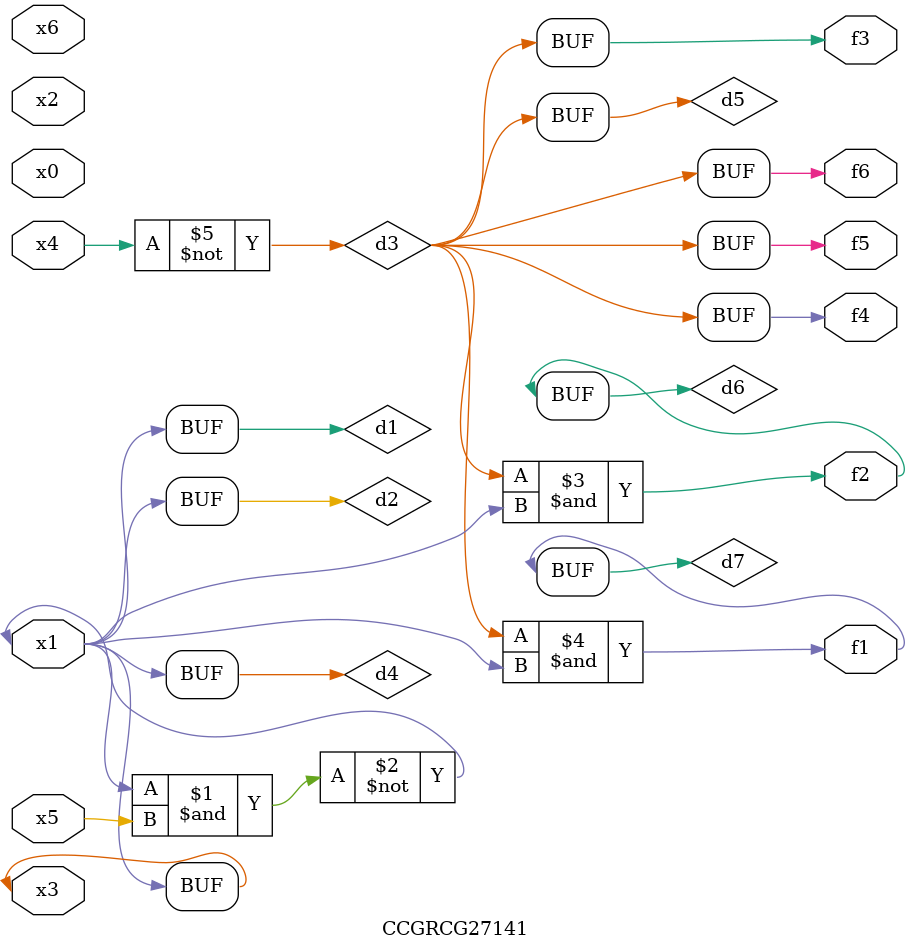
<source format=v>
module CCGRCG27141(
	input x0, x1, x2, x3, x4, x5, x6,
	output f1, f2, f3, f4, f5, f6
);

	wire d1, d2, d3, d4, d5, d6, d7;

	buf (d1, x1, x3);
	nand (d2, x1, x5);
	not (d3, x4);
	buf (d4, d1, d2);
	buf (d5, d3);
	and (d6, d3, d4);
	and (d7, d3, d4);
	assign f1 = d7;
	assign f2 = d6;
	assign f3 = d5;
	assign f4 = d5;
	assign f5 = d5;
	assign f6 = d5;
endmodule

</source>
